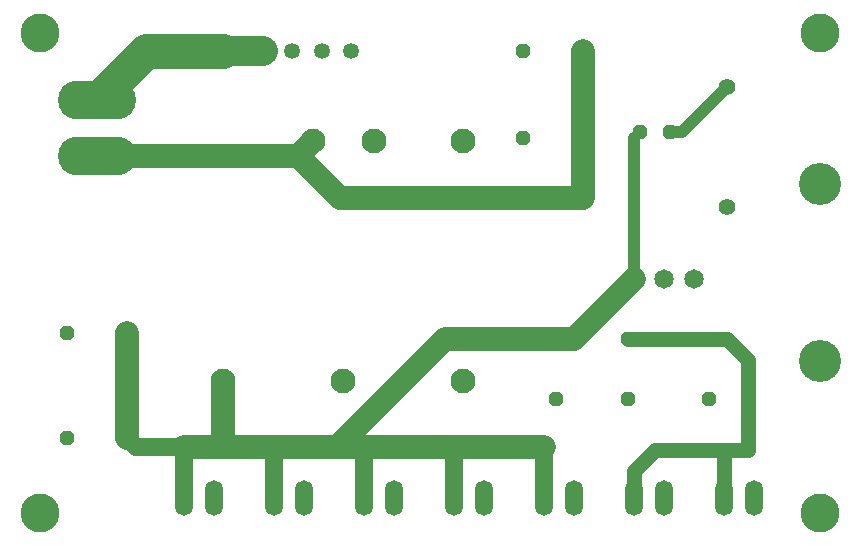
<source format=gtl>
G04*
G04 #@! TF.GenerationSoftware,Altium Limited,Altium Designer,18.1.11 (251)*
G04*
G04 Layer_Physical_Order=1*
G04 Layer_Color=255*
%FSLAX25Y25*%
%MOIN*%
G70*
G01*
G75*
%ADD12C,0.01000*%
%ADD29C,0.05906*%
%ADD30C,0.07874*%
%ADD31C,0.05000*%
%ADD32C,0.03937*%
%ADD33C,0.09843*%
%ADD34C,0.11811*%
%ADD35C,0.12992*%
%ADD36C,0.05512*%
%ADD37O,0.05906X0.11811*%
%ADD38P,0.05196X8X292.5*%
%ADD39P,0.05196X8X202.5*%
%ADD40C,0.08268*%
%ADD41O,0.25983X0.12992*%
%ADD42C,0.05315*%
%ADD43C,0.14000*%
%ADD44C,0.06500*%
D12*
X330000Y242000D02*
X330842Y242842D01*
X347000Y242000D02*
X348000Y241000D01*
X378000Y242000D02*
X378000Y242000D01*
X408000Y242000D02*
X408000Y242000D01*
X468000Y345000D02*
X470000Y347000D01*
D29*
X299000Y245000D02*
X302000Y242000D01*
X318000D01*
X438000Y225000D02*
Y242000D01*
X348000Y225000D02*
Y241000D01*
X318000Y225000D02*
Y242000D01*
X378000Y225000D02*
Y242000D01*
X408000Y225000D02*
Y242000D01*
D30*
X330000Y242000D02*
X347000D01*
X318000D02*
X330000D01*
X330842Y242842D02*
Y264000D01*
X299000Y245000D02*
Y280000D01*
X347000Y242000D02*
X369000D01*
X378000D02*
X408000D01*
X369000D02*
X378000D01*
X408000D02*
X438000D01*
X369000D02*
X405000Y278000D01*
X442000D01*
X448000D02*
X468000Y298000D01*
X442000Y278000D02*
X448000D01*
X451000Y325000D02*
Y345000D01*
X356157Y339000D02*
X370157Y325000D01*
X451000D01*
Y345000D02*
Y374000D01*
X356157Y339000D02*
X361157Y344000D01*
X289000Y339000D02*
X356157D01*
D31*
X498000Y241000D02*
X506000D01*
X475000D02*
X498000D01*
X506000D02*
X506000Y241000D01*
X466000Y278000D02*
X493000D01*
X468000Y234000D02*
X475000Y241000D01*
X468000Y225000D02*
Y234000D01*
X493000Y278000D02*
X499000D01*
X506000Y271000D01*
Y241000D02*
Y271000D01*
X498000Y225000D02*
Y241000D01*
D32*
X480000Y347000D02*
X484000D01*
X499000Y362000D01*
X468000Y298000D02*
Y345000D01*
D33*
X331000Y374000D02*
X344236D01*
D34*
X305496D02*
X331000D01*
X289000Y357504D02*
X305496Y374000D01*
D35*
X270000Y380000D02*
D03*
X530000Y220000D02*
D03*
Y380000D02*
D03*
X270000Y220000D02*
D03*
D36*
X499000Y362000D02*
D03*
Y322000D02*
D03*
D37*
X478000Y225000D02*
D03*
X468000D02*
D03*
X508000D02*
D03*
X498000D02*
D03*
X328000D02*
D03*
X318000D02*
D03*
X358000D02*
D03*
X348000D02*
D03*
X388000D02*
D03*
X378000D02*
D03*
X418000D02*
D03*
X408000D02*
D03*
X448000D02*
D03*
X438000D02*
D03*
D38*
X493000Y258000D02*
D03*
Y278000D02*
D03*
X466000Y258000D02*
D03*
Y278000D02*
D03*
X442000Y258000D02*
D03*
Y278000D02*
D03*
D39*
X279000Y245000D02*
D03*
X299000D02*
D03*
X431000Y374000D02*
D03*
X451000D02*
D03*
X279000Y280000D02*
D03*
X299000D02*
D03*
X431000Y345000D02*
D03*
X451000D02*
D03*
X470000Y347000D02*
D03*
X480000D02*
D03*
D40*
X330842Y264000D02*
D03*
X371000D02*
D03*
X411157D02*
D03*
X361157Y344000D02*
D03*
X381236D02*
D03*
X411157D02*
D03*
D41*
X289000Y357504D02*
D03*
Y339000D02*
D03*
D42*
X344236Y374000D02*
D03*
X354079D02*
D03*
X363921D02*
D03*
X373764D02*
D03*
D43*
X530000Y270500D02*
D03*
Y329500D02*
D03*
D44*
X478000Y298000D02*
D03*
X488000D02*
D03*
X468000D02*
D03*
M02*

</source>
